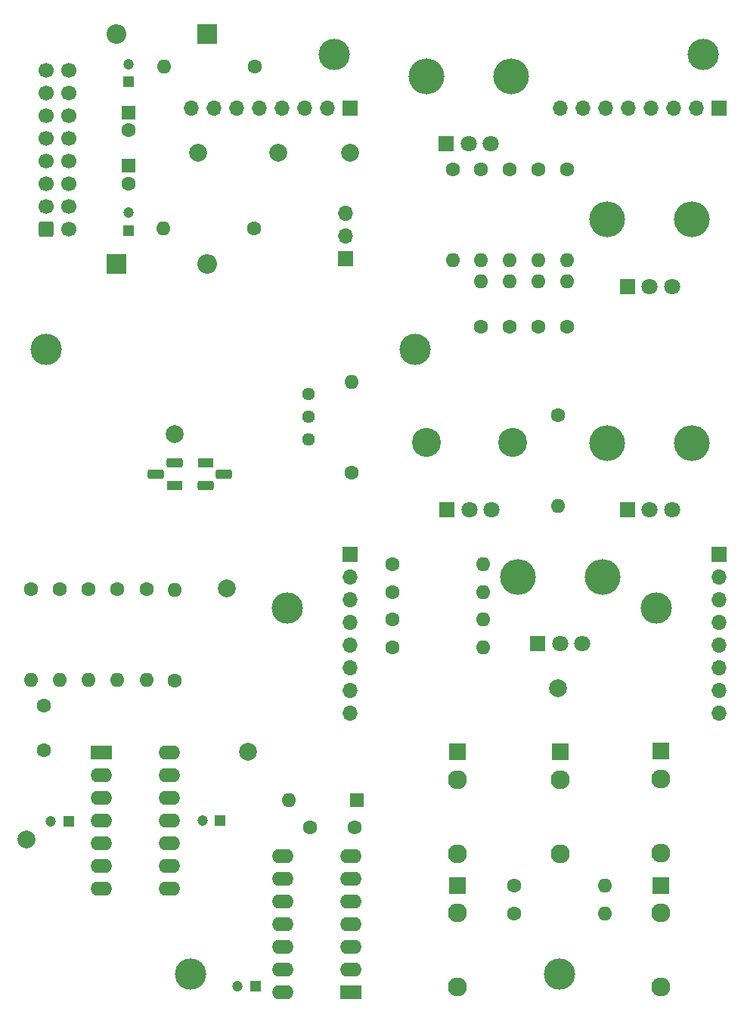
<source format=gbs>
G04 #@! TF.GenerationSoftware,KiCad,Pcbnew,8.0.2-1*
G04 #@! TF.CreationDate,2024-05-10T09:54:30+02:00*
G04 #@! TF.ProjectId,vixen,76697865-6e2e-46b6-9963-61645f706362,rev?*
G04 #@! TF.SameCoordinates,Original*
G04 #@! TF.FileFunction,Soldermask,Bot*
G04 #@! TF.FilePolarity,Negative*
%FSLAX46Y46*%
G04 Gerber Fmt 4.6, Leading zero omitted, Abs format (unit mm)*
G04 Created by KiCad (PCBNEW 8.0.2-1) date 2024-05-10 09:54:30*
%MOMM*%
%LPD*%
G01*
G04 APERTURE LIST*
G04 Aperture macros list*
%AMRoundRect*
0 Rectangle with rounded corners*
0 $1 Rounding radius*
0 $2 $3 $4 $5 $6 $7 $8 $9 X,Y pos of 4 corners*
0 Add a 4 corners polygon primitive as box body*
4,1,4,$2,$3,$4,$5,$6,$7,$8,$9,$2,$3,0*
0 Add four circle primitives for the rounded corners*
1,1,$1+$1,$2,$3*
1,1,$1+$1,$4,$5*
1,1,$1+$1,$6,$7*
1,1,$1+$1,$8,$9*
0 Add four rect primitives between the rounded corners*
20,1,$1+$1,$2,$3,$4,$5,0*
20,1,$1+$1,$4,$5,$6,$7,0*
20,1,$1+$1,$6,$7,$8,$9,0*
20,1,$1+$1,$8,$9,$2,$3,0*%
G04 Aperture macros list end*
%ADD10C,2.000000*%
%ADD11C,3.500000*%
%ADD12R,1.700000X1.700000*%
%ADD13O,1.700000X1.700000*%
%ADD14R,2.200000X2.200000*%
%ADD15O,2.200000X2.200000*%
%ADD16C,1.600000*%
%ADD17O,1.600000X1.600000*%
%ADD18R,1.800000X1.100000*%
%ADD19RoundRect,0.275000X0.625000X-0.275000X0.625000X0.275000X-0.625000X0.275000X-0.625000X-0.275000X0*%
%ADD20O,4.000000X4.000000*%
%ADD21R,1.800000X1.800000*%
%ADD22C,1.800000*%
%ADD23R,1.930000X1.830000*%
%ADD24C,2.130000*%
%ADD25RoundRect,0.275000X-0.625000X0.275000X-0.625000X-0.275000X0.625000X-0.275000X0.625000X0.275000X0*%
%ADD26R,2.400000X1.600000*%
%ADD27O,2.400000X1.600000*%
%ADD28C,3.240000*%
%ADD29R,1.600000X1.600000*%
%ADD30C,1.440000*%
%ADD31RoundRect,0.250000X-0.600000X-0.600000X0.600000X-0.600000X0.600000X0.600000X-0.600000X0.600000X0*%
%ADD32C,1.700000*%
%ADD33R,1.200000X1.200000*%
%ADD34C,1.200000*%
G04 APERTURE END LIST*
D10*
X31800000Y-121900000D03*
X60000000Y-45000000D03*
D11*
X75300000Y-67000000D03*
D12*
X68000000Y-40000000D03*
D13*
X65460000Y-40000000D03*
X62920000Y-40000000D03*
X60380000Y-40000000D03*
X57840000Y-40000000D03*
X55300000Y-40000000D03*
X52760000Y-40000000D03*
X50220000Y-40000000D03*
D14*
X52050000Y-31750000D03*
D15*
X41890000Y-31750000D03*
D14*
X41870000Y-57500000D03*
D15*
X52030000Y-57500000D03*
D16*
X79500000Y-46870000D03*
D17*
X79500000Y-57030000D03*
D16*
X57330000Y-35400000D03*
D17*
X47170000Y-35400000D03*
D11*
X50150000Y-137000000D03*
D16*
X91300000Y-74370000D03*
D17*
X91300000Y-84530000D03*
D18*
X48340000Y-82250000D03*
D19*
X46270000Y-80980000D03*
X48340000Y-79710000D03*
D16*
X82700000Y-64480000D03*
D17*
X82700000Y-59400000D03*
D20*
X76550000Y-36500000D03*
X86050000Y-36500000D03*
D21*
X78800000Y-44000000D03*
D22*
X81300000Y-44000000D03*
X83800000Y-44000000D03*
D20*
X96800000Y-77500000D03*
X106300000Y-77500000D03*
D21*
X99050000Y-85000000D03*
D22*
X101550000Y-85000000D03*
X104050000Y-85000000D03*
D20*
X86800000Y-92500000D03*
X96300000Y-92500000D03*
D21*
X89050000Y-100000000D03*
D22*
X91550000Y-100000000D03*
X94050000Y-100000000D03*
D12*
X68000000Y-90000000D03*
D13*
X68000000Y-92540000D03*
X68000000Y-95080000D03*
X68000000Y-97620000D03*
X68000000Y-100160000D03*
X68000000Y-102700000D03*
X68000000Y-105240000D03*
X68000000Y-107780000D03*
D16*
X89100000Y-64480000D03*
D17*
X89100000Y-59400000D03*
D23*
X91550000Y-112100000D03*
D24*
X91550000Y-123500000D03*
X91550000Y-115200000D03*
D10*
X51000000Y-45000000D03*
D18*
X51830000Y-79730000D03*
D25*
X53900000Y-81000000D03*
X51830000Y-82270000D03*
D26*
X40200000Y-112125000D03*
D27*
X40200000Y-114665000D03*
X40200000Y-117205000D03*
X40200000Y-119745000D03*
X40200000Y-122285000D03*
X40200000Y-124825000D03*
X40200000Y-127365000D03*
X47820000Y-127365000D03*
X47820000Y-124825000D03*
X47820000Y-122285000D03*
X47820000Y-119745000D03*
X47820000Y-117205000D03*
X47820000Y-114665000D03*
X47820000Y-112125000D03*
D10*
X91300000Y-105000000D03*
D16*
X35500000Y-93890000D03*
D17*
X35500000Y-104050000D03*
D16*
X72770000Y-94200000D03*
D17*
X82930000Y-94200000D03*
D16*
X57230000Y-53500000D03*
D17*
X47070000Y-53500000D03*
D16*
X68150000Y-80830000D03*
D17*
X68150000Y-70670000D03*
D16*
X48400000Y-104110000D03*
D17*
X48400000Y-93950000D03*
D11*
X34000000Y-67000000D03*
D10*
X56600000Y-112100000D03*
X68000000Y-45000000D03*
D16*
X72770000Y-91100000D03*
D17*
X82930000Y-91100000D03*
D11*
X61000000Y-96000000D03*
D16*
X89100000Y-46890000D03*
D17*
X89100000Y-57050000D03*
D16*
X72770000Y-100400000D03*
D17*
X82930000Y-100400000D03*
D11*
X91450000Y-137000000D03*
D16*
X82700000Y-46890000D03*
D17*
X82700000Y-57050000D03*
D28*
X76580000Y-77460000D03*
X86180000Y-77460000D03*
D21*
X78880000Y-84960000D03*
D22*
X81380000Y-84960000D03*
X83880000Y-84960000D03*
D23*
X80050000Y-112100000D03*
D24*
X80050000Y-123500000D03*
X80050000Y-115200000D03*
D16*
X86370000Y-130200000D03*
D17*
X96530000Y-130200000D03*
D16*
X85900000Y-64480000D03*
D17*
X85900000Y-59400000D03*
D11*
X107550000Y-34000000D03*
X102300000Y-96000000D03*
D16*
X41950000Y-93870000D03*
D17*
X41950000Y-104030000D03*
D29*
X68810000Y-117500000D03*
D17*
X61190000Y-117500000D03*
D16*
X92300000Y-46870000D03*
D17*
X92300000Y-57030000D03*
D16*
X72770000Y-97300000D03*
D17*
X82930000Y-97300000D03*
D10*
X48400000Y-76500000D03*
D16*
X68500000Y-120500000D03*
X63500000Y-120500000D03*
D23*
X102800000Y-127020000D03*
D24*
X102800000Y-138420000D03*
X102800000Y-130120000D03*
D23*
X102800000Y-112020000D03*
D24*
X102800000Y-123420000D03*
X102800000Y-115120000D03*
D16*
X86370000Y-127100000D03*
D17*
X96530000Y-127100000D03*
D16*
X92300000Y-64480000D03*
D17*
X92300000Y-59400000D03*
D16*
X38700000Y-93890000D03*
D17*
X38700000Y-104050000D03*
D20*
X96800000Y-52500000D03*
X106300000Y-52500000D03*
D21*
X99050000Y-60000000D03*
D22*
X101550000Y-60000000D03*
X104050000Y-60000000D03*
D11*
X66250000Y-34000000D03*
D16*
X32300000Y-93870000D03*
D17*
X32300000Y-104030000D03*
D16*
X45200000Y-93870000D03*
D17*
X45200000Y-104030000D03*
D16*
X85900000Y-46890000D03*
D17*
X85900000Y-57050000D03*
D26*
X68100000Y-139025000D03*
D27*
X68100000Y-136485000D03*
X68100000Y-133945000D03*
X68100000Y-131405000D03*
X68100000Y-128865000D03*
X68100000Y-126325000D03*
X68100000Y-123785000D03*
X60480000Y-123785000D03*
X60480000Y-126325000D03*
X60480000Y-128865000D03*
X60480000Y-131405000D03*
X60480000Y-133945000D03*
X60480000Y-136485000D03*
X60480000Y-139025000D03*
D10*
X54200000Y-93800000D03*
D23*
X80050000Y-127020000D03*
D24*
X80050000Y-138420000D03*
X80050000Y-130120000D03*
D29*
X43250000Y-40500000D03*
D16*
X43250000Y-42500000D03*
D30*
X63400000Y-77140000D03*
X63400000Y-74600000D03*
X63400000Y-72060000D03*
D12*
X109300000Y-90000000D03*
D13*
X109300000Y-92540000D03*
X109300000Y-95080000D03*
X109300000Y-97620000D03*
X109300000Y-100160000D03*
X109300000Y-102700000D03*
X109300000Y-105240000D03*
X109300000Y-107780000D03*
D12*
X67500000Y-56900000D03*
D13*
X67500000Y-54360000D03*
X67500000Y-51820000D03*
D31*
X34000000Y-53600000D03*
D32*
X36540000Y-53600000D03*
X34000000Y-51060000D03*
X36540000Y-51060000D03*
X34000000Y-48520000D03*
X36540000Y-48520000D03*
X34000000Y-45980000D03*
X36540000Y-45980000D03*
X34000000Y-43440000D03*
X36540000Y-43440000D03*
X34000000Y-40900000D03*
X36540000Y-40900000D03*
X34000000Y-38360000D03*
X36540000Y-38360000D03*
X34000000Y-35820000D03*
X36540000Y-35820000D03*
D12*
X109300000Y-40000000D03*
D13*
X106760000Y-40000000D03*
X104220000Y-40000000D03*
X101680000Y-40000000D03*
X99140000Y-40000000D03*
X96600000Y-40000000D03*
X94060000Y-40000000D03*
X91520000Y-40000000D03*
D16*
X33700000Y-106900000D03*
X33700000Y-111900000D03*
D29*
X43250000Y-46500000D03*
D16*
X43250000Y-48500000D03*
D33*
X53472600Y-119800000D03*
D34*
X51472600Y-119800000D03*
D33*
X43250000Y-53722600D03*
D34*
X43250000Y-51722600D03*
D33*
X36500000Y-119825000D03*
D34*
X34500000Y-119825000D03*
D33*
X43250000Y-37072600D03*
D34*
X43250000Y-35072600D03*
D33*
X57400000Y-138300000D03*
D34*
X55400000Y-138300000D03*
M02*

</source>
